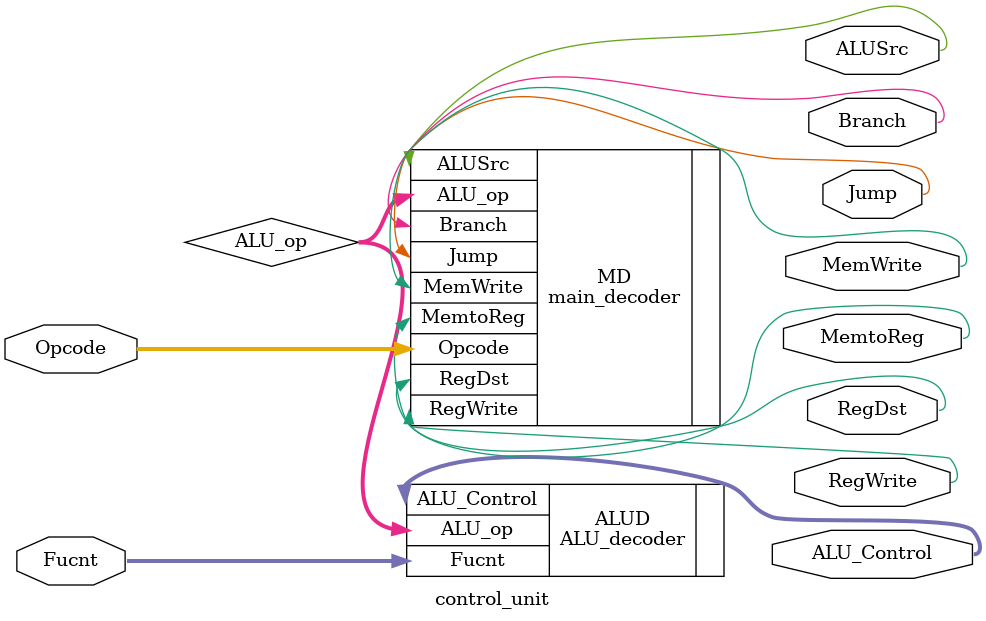
<source format=v>
`include "ALU_decoder.v"
`include "main_decoder.v"

module control_unit(
    input[5:0] Opcode,Fucnt,
    output[2:0] ALU_Control,
    output Jump, MemtoReg, MemWrite,Branch,
                 ALUSrc, RegDst, RegWrite  
);
    wire[1:0] ALU_op;

    main_decoder MD(
        .Opcode(Opcode),
        .Jump(Jump),
        .MemtoReg(MemtoReg),
        .MemWrite(MemWrite),
        .Branch(Branch),
        .ALUSrc(ALUSrc),
        .RegDst(RegDst),
        .RegWrite(RegWrite),
        .ALU_op(ALU_op)
    );

    ALU_decoder ALUD(
        .ALU_op(ALU_op),
        .Fucnt(Fucnt),
        .ALU_Control(ALU_Control)
    );
endmodule
</source>
